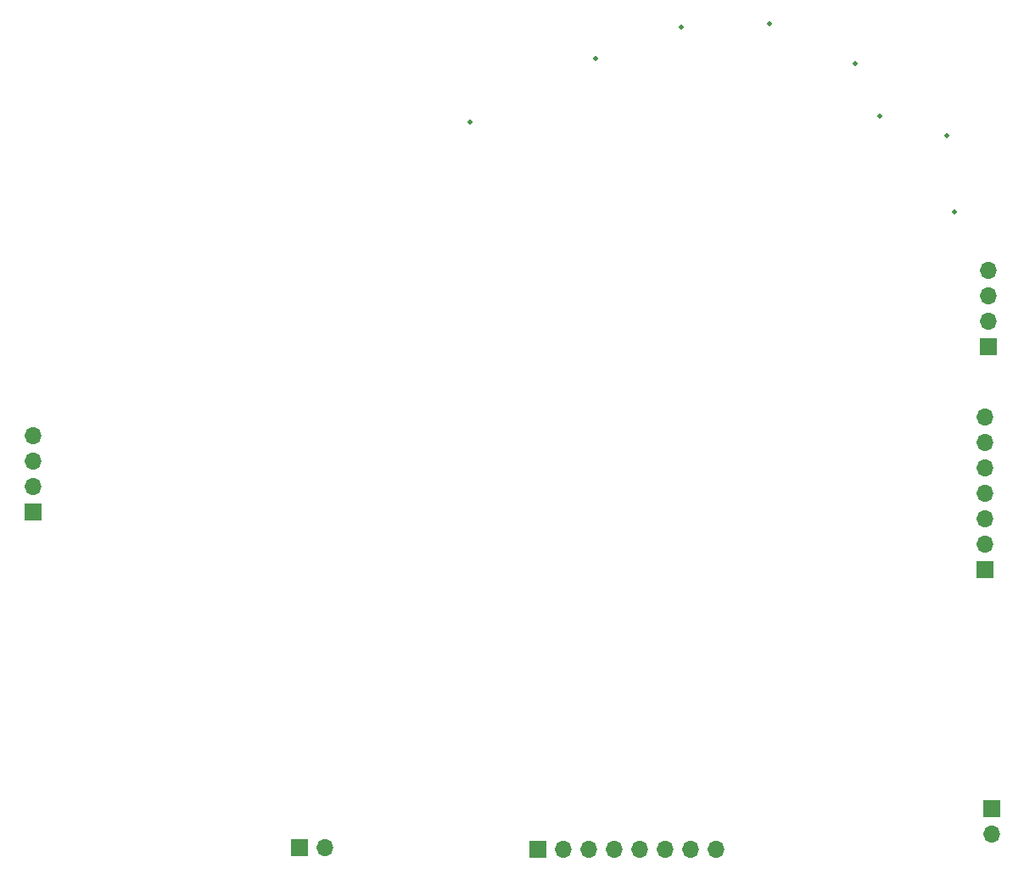
<source format=gbr>
%TF.GenerationSoftware,KiCad,Pcbnew,8.0.4*%
%TF.CreationDate,2024-08-26T07:10:41+02:00*%
%TF.ProjectId,Audio_Digitizer,41756469-6f5f-4446-9967-6974697a6572,rev?*%
%TF.SameCoordinates,Original*%
%TF.FileFunction,Soldermask,Bot*%
%TF.FilePolarity,Negative*%
%FSLAX46Y46*%
G04 Gerber Fmt 4.6, Leading zero omitted, Abs format (unit mm)*
G04 Created by KiCad (PCBNEW 8.0.4) date 2024-08-26 07:10:41*
%MOMM*%
%LPD*%
G01*
G04 APERTURE LIST*
%ADD10C,0.500025*%
%ADD11R,1.700000X1.700000*%
%ADD12O,1.700000X1.700000*%
G04 APERTURE END LIST*
D10*
%TO.C,U7*%
X213629883Y-76299987D03*
%TD*%
%TO.C,U3*%
X178529045Y-68623927D03*
%TD*%
%TO.C,U5*%
X166029045Y-74973927D03*
%TD*%
%TO.C,U6*%
X187079045Y-65473927D03*
%TD*%
D11*
%TO.C,J3*%
X217750000Y-97450000D03*
D12*
X217750000Y-94910000D03*
X217750000Y-92370000D03*
X217750000Y-89830000D03*
%TD*%
D10*
%TO.C,U2*%
X195926073Y-65129045D03*
%TD*%
%TO.C,U4*%
X214323927Y-83921209D03*
%TD*%
D11*
%TO.C,J5*%
X218050000Y-143600000D03*
D12*
X218050000Y-146140000D03*
%TD*%
D11*
%TO.C,J2*%
X217450000Y-119725000D03*
D12*
X217450000Y-117185000D03*
X217450000Y-114645000D03*
X217450000Y-112105000D03*
X217450000Y-109565000D03*
X217450000Y-107025000D03*
X217450000Y-104485000D03*
%TD*%
D10*
%TO.C,U1*%
X206878791Y-74373927D03*
%TD*%
D11*
%TO.C,J6*%
X172820000Y-147650000D03*
D12*
X175360000Y-147650000D03*
X177900000Y-147650000D03*
X180440000Y-147650000D03*
X182980000Y-147650000D03*
X185520000Y-147650000D03*
X188060000Y-147650000D03*
X190600000Y-147650000D03*
%TD*%
D10*
%TO.C,U8*%
X204479883Y-69099987D03*
%TD*%
D11*
%TO.C,J1*%
X149010000Y-147450000D03*
D12*
X151550000Y-147450000D03*
%TD*%
D11*
%TO.C,J4*%
X122400000Y-113940000D03*
D12*
X122400000Y-111400000D03*
X122400000Y-108860000D03*
X122400000Y-106320000D03*
%TD*%
M02*

</source>
